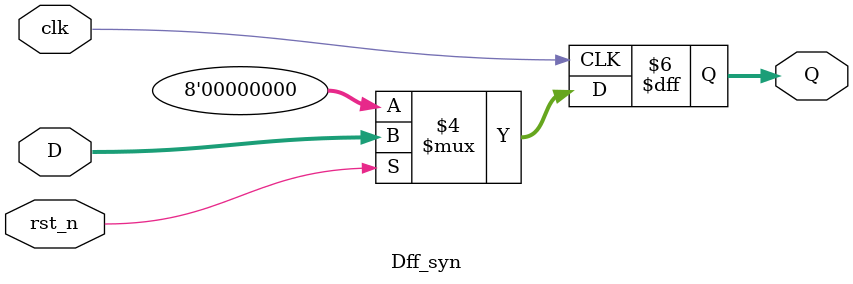
<source format=v>
module Dff_syn #(parameter WIDTH = 8)  (
    input [WIDTH-1 :0] D,
    input clk , rst_n,
    output reg [WIDTH-1 :0] Q
);
    

    always @(posedge clk) 
    begin
        if(!rst_n)
        Q <= {WIDTH {1'b0}};
        else
        Q <= D;
    end
endmodule
</source>
